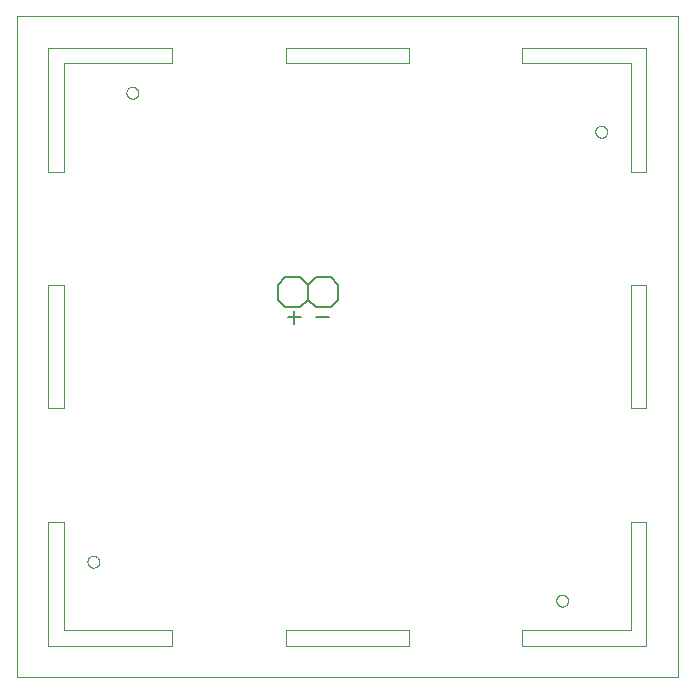
<source format=gto>
G75*
%MOIN*%
%OFA0B0*%
%FSLAX25Y25*%
%IPPOS*%
%LPD*%
%AMOC8*
5,1,8,0,0,1.08239X$1,22.5*
%
%ADD10C,0.00600*%
%ADD11C,0.00000*%
%ADD12C,0.00004*%
D10*
X0093595Y0118905D02*
X0093595Y0123175D01*
X0095628Y0124348D02*
X0090628Y0124348D01*
X0088128Y0126848D01*
X0088128Y0131848D01*
X0090628Y0134348D01*
X0095628Y0134348D01*
X0098128Y0131848D01*
X0098128Y0126848D01*
X0095628Y0124348D01*
X0095730Y0121040D02*
X0091459Y0121040D01*
X0098167Y0126848D02*
X0100667Y0124348D01*
X0105667Y0124348D01*
X0108167Y0126848D01*
X0108167Y0131848D01*
X0105667Y0134348D01*
X0100667Y0134348D01*
X0098167Y0131848D01*
X0098167Y0126848D01*
X0100908Y0121040D02*
X0105179Y0121040D01*
D11*
X0037616Y0195884D02*
X0037618Y0195972D01*
X0037624Y0196060D01*
X0037634Y0196148D01*
X0037648Y0196236D01*
X0037665Y0196322D01*
X0037687Y0196408D01*
X0037712Y0196492D01*
X0037742Y0196576D01*
X0037774Y0196658D01*
X0037811Y0196738D01*
X0037851Y0196817D01*
X0037895Y0196894D01*
X0037942Y0196969D01*
X0037992Y0197041D01*
X0038046Y0197112D01*
X0038102Y0197179D01*
X0038162Y0197245D01*
X0038224Y0197307D01*
X0038290Y0197367D01*
X0038357Y0197423D01*
X0038428Y0197477D01*
X0038500Y0197527D01*
X0038575Y0197574D01*
X0038652Y0197618D01*
X0038731Y0197658D01*
X0038811Y0197695D01*
X0038893Y0197727D01*
X0038977Y0197757D01*
X0039061Y0197782D01*
X0039147Y0197804D01*
X0039233Y0197821D01*
X0039321Y0197835D01*
X0039409Y0197845D01*
X0039497Y0197851D01*
X0039585Y0197853D01*
X0039673Y0197851D01*
X0039761Y0197845D01*
X0039849Y0197835D01*
X0039937Y0197821D01*
X0040023Y0197804D01*
X0040109Y0197782D01*
X0040193Y0197757D01*
X0040277Y0197727D01*
X0040359Y0197695D01*
X0040439Y0197658D01*
X0040518Y0197618D01*
X0040595Y0197574D01*
X0040670Y0197527D01*
X0040742Y0197477D01*
X0040813Y0197423D01*
X0040880Y0197367D01*
X0040946Y0197307D01*
X0041008Y0197245D01*
X0041068Y0197179D01*
X0041124Y0197112D01*
X0041178Y0197041D01*
X0041228Y0196969D01*
X0041275Y0196894D01*
X0041319Y0196817D01*
X0041359Y0196738D01*
X0041396Y0196658D01*
X0041428Y0196576D01*
X0041458Y0196492D01*
X0041483Y0196408D01*
X0041505Y0196322D01*
X0041522Y0196236D01*
X0041536Y0196148D01*
X0041546Y0196060D01*
X0041552Y0195972D01*
X0041554Y0195884D01*
X0041552Y0195796D01*
X0041546Y0195708D01*
X0041536Y0195620D01*
X0041522Y0195532D01*
X0041505Y0195446D01*
X0041483Y0195360D01*
X0041458Y0195276D01*
X0041428Y0195192D01*
X0041396Y0195110D01*
X0041359Y0195030D01*
X0041319Y0194951D01*
X0041275Y0194874D01*
X0041228Y0194799D01*
X0041178Y0194727D01*
X0041124Y0194656D01*
X0041068Y0194589D01*
X0041008Y0194523D01*
X0040946Y0194461D01*
X0040880Y0194401D01*
X0040813Y0194345D01*
X0040742Y0194291D01*
X0040670Y0194241D01*
X0040595Y0194194D01*
X0040518Y0194150D01*
X0040439Y0194110D01*
X0040359Y0194073D01*
X0040277Y0194041D01*
X0040193Y0194011D01*
X0040109Y0193986D01*
X0040023Y0193964D01*
X0039937Y0193947D01*
X0039849Y0193933D01*
X0039761Y0193923D01*
X0039673Y0193917D01*
X0039585Y0193915D01*
X0039497Y0193917D01*
X0039409Y0193923D01*
X0039321Y0193933D01*
X0039233Y0193947D01*
X0039147Y0193964D01*
X0039061Y0193986D01*
X0038977Y0194011D01*
X0038893Y0194041D01*
X0038811Y0194073D01*
X0038731Y0194110D01*
X0038652Y0194150D01*
X0038575Y0194194D01*
X0038500Y0194241D01*
X0038428Y0194291D01*
X0038357Y0194345D01*
X0038290Y0194401D01*
X0038224Y0194461D01*
X0038162Y0194523D01*
X0038102Y0194589D01*
X0038046Y0194656D01*
X0037992Y0194727D01*
X0037942Y0194799D01*
X0037895Y0194874D01*
X0037851Y0194951D01*
X0037811Y0195030D01*
X0037774Y0195110D01*
X0037742Y0195192D01*
X0037712Y0195276D01*
X0037687Y0195360D01*
X0037665Y0195446D01*
X0037648Y0195532D01*
X0037634Y0195620D01*
X0037624Y0195708D01*
X0037618Y0195796D01*
X0037616Y0195884D01*
X0024624Y0039585D02*
X0024626Y0039673D01*
X0024632Y0039761D01*
X0024642Y0039849D01*
X0024656Y0039937D01*
X0024673Y0040023D01*
X0024695Y0040109D01*
X0024720Y0040193D01*
X0024750Y0040277D01*
X0024782Y0040359D01*
X0024819Y0040439D01*
X0024859Y0040518D01*
X0024903Y0040595D01*
X0024950Y0040670D01*
X0025000Y0040742D01*
X0025054Y0040813D01*
X0025110Y0040880D01*
X0025170Y0040946D01*
X0025232Y0041008D01*
X0025298Y0041068D01*
X0025365Y0041124D01*
X0025436Y0041178D01*
X0025508Y0041228D01*
X0025583Y0041275D01*
X0025660Y0041319D01*
X0025739Y0041359D01*
X0025819Y0041396D01*
X0025901Y0041428D01*
X0025985Y0041458D01*
X0026069Y0041483D01*
X0026155Y0041505D01*
X0026241Y0041522D01*
X0026329Y0041536D01*
X0026417Y0041546D01*
X0026505Y0041552D01*
X0026593Y0041554D01*
X0026681Y0041552D01*
X0026769Y0041546D01*
X0026857Y0041536D01*
X0026945Y0041522D01*
X0027031Y0041505D01*
X0027117Y0041483D01*
X0027201Y0041458D01*
X0027285Y0041428D01*
X0027367Y0041396D01*
X0027447Y0041359D01*
X0027526Y0041319D01*
X0027603Y0041275D01*
X0027678Y0041228D01*
X0027750Y0041178D01*
X0027821Y0041124D01*
X0027888Y0041068D01*
X0027954Y0041008D01*
X0028016Y0040946D01*
X0028076Y0040880D01*
X0028132Y0040813D01*
X0028186Y0040742D01*
X0028236Y0040670D01*
X0028283Y0040595D01*
X0028327Y0040518D01*
X0028367Y0040439D01*
X0028404Y0040359D01*
X0028436Y0040277D01*
X0028466Y0040193D01*
X0028491Y0040109D01*
X0028513Y0040023D01*
X0028530Y0039937D01*
X0028544Y0039849D01*
X0028554Y0039761D01*
X0028560Y0039673D01*
X0028562Y0039585D01*
X0028560Y0039497D01*
X0028554Y0039409D01*
X0028544Y0039321D01*
X0028530Y0039233D01*
X0028513Y0039147D01*
X0028491Y0039061D01*
X0028466Y0038977D01*
X0028436Y0038893D01*
X0028404Y0038811D01*
X0028367Y0038731D01*
X0028327Y0038652D01*
X0028283Y0038575D01*
X0028236Y0038500D01*
X0028186Y0038428D01*
X0028132Y0038357D01*
X0028076Y0038290D01*
X0028016Y0038224D01*
X0027954Y0038162D01*
X0027888Y0038102D01*
X0027821Y0038046D01*
X0027750Y0037992D01*
X0027678Y0037942D01*
X0027603Y0037895D01*
X0027526Y0037851D01*
X0027447Y0037811D01*
X0027367Y0037774D01*
X0027285Y0037742D01*
X0027201Y0037712D01*
X0027117Y0037687D01*
X0027031Y0037665D01*
X0026945Y0037648D01*
X0026857Y0037634D01*
X0026769Y0037624D01*
X0026681Y0037618D01*
X0026593Y0037616D01*
X0026505Y0037618D01*
X0026417Y0037624D01*
X0026329Y0037634D01*
X0026241Y0037648D01*
X0026155Y0037665D01*
X0026069Y0037687D01*
X0025985Y0037712D01*
X0025901Y0037742D01*
X0025819Y0037774D01*
X0025739Y0037811D01*
X0025660Y0037851D01*
X0025583Y0037895D01*
X0025508Y0037942D01*
X0025436Y0037992D01*
X0025365Y0038046D01*
X0025298Y0038102D01*
X0025232Y0038162D01*
X0025170Y0038224D01*
X0025110Y0038290D01*
X0025054Y0038357D01*
X0025000Y0038428D01*
X0024950Y0038500D01*
X0024903Y0038575D01*
X0024859Y0038652D01*
X0024819Y0038731D01*
X0024782Y0038811D01*
X0024750Y0038893D01*
X0024720Y0038977D01*
X0024695Y0039061D01*
X0024673Y0039147D01*
X0024656Y0039233D01*
X0024642Y0039321D01*
X0024632Y0039409D01*
X0024626Y0039497D01*
X0024624Y0039585D01*
X0180923Y0026593D02*
X0180925Y0026681D01*
X0180931Y0026769D01*
X0180941Y0026857D01*
X0180955Y0026945D01*
X0180972Y0027031D01*
X0180994Y0027117D01*
X0181019Y0027201D01*
X0181049Y0027285D01*
X0181081Y0027367D01*
X0181118Y0027447D01*
X0181158Y0027526D01*
X0181202Y0027603D01*
X0181249Y0027678D01*
X0181299Y0027750D01*
X0181353Y0027821D01*
X0181409Y0027888D01*
X0181469Y0027954D01*
X0181531Y0028016D01*
X0181597Y0028076D01*
X0181664Y0028132D01*
X0181735Y0028186D01*
X0181807Y0028236D01*
X0181882Y0028283D01*
X0181959Y0028327D01*
X0182038Y0028367D01*
X0182118Y0028404D01*
X0182200Y0028436D01*
X0182284Y0028466D01*
X0182368Y0028491D01*
X0182454Y0028513D01*
X0182540Y0028530D01*
X0182628Y0028544D01*
X0182716Y0028554D01*
X0182804Y0028560D01*
X0182892Y0028562D01*
X0182980Y0028560D01*
X0183068Y0028554D01*
X0183156Y0028544D01*
X0183244Y0028530D01*
X0183330Y0028513D01*
X0183416Y0028491D01*
X0183500Y0028466D01*
X0183584Y0028436D01*
X0183666Y0028404D01*
X0183746Y0028367D01*
X0183825Y0028327D01*
X0183902Y0028283D01*
X0183977Y0028236D01*
X0184049Y0028186D01*
X0184120Y0028132D01*
X0184187Y0028076D01*
X0184253Y0028016D01*
X0184315Y0027954D01*
X0184375Y0027888D01*
X0184431Y0027821D01*
X0184485Y0027750D01*
X0184535Y0027678D01*
X0184582Y0027603D01*
X0184626Y0027526D01*
X0184666Y0027447D01*
X0184703Y0027367D01*
X0184735Y0027285D01*
X0184765Y0027201D01*
X0184790Y0027117D01*
X0184812Y0027031D01*
X0184829Y0026945D01*
X0184843Y0026857D01*
X0184853Y0026769D01*
X0184859Y0026681D01*
X0184861Y0026593D01*
X0184859Y0026505D01*
X0184853Y0026417D01*
X0184843Y0026329D01*
X0184829Y0026241D01*
X0184812Y0026155D01*
X0184790Y0026069D01*
X0184765Y0025985D01*
X0184735Y0025901D01*
X0184703Y0025819D01*
X0184666Y0025739D01*
X0184626Y0025660D01*
X0184582Y0025583D01*
X0184535Y0025508D01*
X0184485Y0025436D01*
X0184431Y0025365D01*
X0184375Y0025298D01*
X0184315Y0025232D01*
X0184253Y0025170D01*
X0184187Y0025110D01*
X0184120Y0025054D01*
X0184049Y0025000D01*
X0183977Y0024950D01*
X0183902Y0024903D01*
X0183825Y0024859D01*
X0183746Y0024819D01*
X0183666Y0024782D01*
X0183584Y0024750D01*
X0183500Y0024720D01*
X0183416Y0024695D01*
X0183330Y0024673D01*
X0183244Y0024656D01*
X0183156Y0024642D01*
X0183068Y0024632D01*
X0182980Y0024626D01*
X0182892Y0024624D01*
X0182804Y0024626D01*
X0182716Y0024632D01*
X0182628Y0024642D01*
X0182540Y0024656D01*
X0182454Y0024673D01*
X0182368Y0024695D01*
X0182284Y0024720D01*
X0182200Y0024750D01*
X0182118Y0024782D01*
X0182038Y0024819D01*
X0181959Y0024859D01*
X0181882Y0024903D01*
X0181807Y0024950D01*
X0181735Y0025000D01*
X0181664Y0025054D01*
X0181597Y0025110D01*
X0181531Y0025170D01*
X0181469Y0025232D01*
X0181409Y0025298D01*
X0181353Y0025365D01*
X0181299Y0025436D01*
X0181249Y0025508D01*
X0181202Y0025583D01*
X0181158Y0025660D01*
X0181118Y0025739D01*
X0181081Y0025819D01*
X0181049Y0025901D01*
X0181019Y0025985D01*
X0180994Y0026069D01*
X0180972Y0026155D01*
X0180955Y0026241D01*
X0180941Y0026329D01*
X0180931Y0026417D01*
X0180925Y0026505D01*
X0180923Y0026593D01*
X0193915Y0182892D02*
X0193917Y0182980D01*
X0193923Y0183068D01*
X0193933Y0183156D01*
X0193947Y0183244D01*
X0193964Y0183330D01*
X0193986Y0183416D01*
X0194011Y0183500D01*
X0194041Y0183584D01*
X0194073Y0183666D01*
X0194110Y0183746D01*
X0194150Y0183825D01*
X0194194Y0183902D01*
X0194241Y0183977D01*
X0194291Y0184049D01*
X0194345Y0184120D01*
X0194401Y0184187D01*
X0194461Y0184253D01*
X0194523Y0184315D01*
X0194589Y0184375D01*
X0194656Y0184431D01*
X0194727Y0184485D01*
X0194799Y0184535D01*
X0194874Y0184582D01*
X0194951Y0184626D01*
X0195030Y0184666D01*
X0195110Y0184703D01*
X0195192Y0184735D01*
X0195276Y0184765D01*
X0195360Y0184790D01*
X0195446Y0184812D01*
X0195532Y0184829D01*
X0195620Y0184843D01*
X0195708Y0184853D01*
X0195796Y0184859D01*
X0195884Y0184861D01*
X0195972Y0184859D01*
X0196060Y0184853D01*
X0196148Y0184843D01*
X0196236Y0184829D01*
X0196322Y0184812D01*
X0196408Y0184790D01*
X0196492Y0184765D01*
X0196576Y0184735D01*
X0196658Y0184703D01*
X0196738Y0184666D01*
X0196817Y0184626D01*
X0196894Y0184582D01*
X0196969Y0184535D01*
X0197041Y0184485D01*
X0197112Y0184431D01*
X0197179Y0184375D01*
X0197245Y0184315D01*
X0197307Y0184253D01*
X0197367Y0184187D01*
X0197423Y0184120D01*
X0197477Y0184049D01*
X0197527Y0183977D01*
X0197574Y0183902D01*
X0197618Y0183825D01*
X0197658Y0183746D01*
X0197695Y0183666D01*
X0197727Y0183584D01*
X0197757Y0183500D01*
X0197782Y0183416D01*
X0197804Y0183330D01*
X0197821Y0183244D01*
X0197835Y0183156D01*
X0197845Y0183068D01*
X0197851Y0182980D01*
X0197853Y0182892D01*
X0197851Y0182804D01*
X0197845Y0182716D01*
X0197835Y0182628D01*
X0197821Y0182540D01*
X0197804Y0182454D01*
X0197782Y0182368D01*
X0197757Y0182284D01*
X0197727Y0182200D01*
X0197695Y0182118D01*
X0197658Y0182038D01*
X0197618Y0181959D01*
X0197574Y0181882D01*
X0197527Y0181807D01*
X0197477Y0181735D01*
X0197423Y0181664D01*
X0197367Y0181597D01*
X0197307Y0181531D01*
X0197245Y0181469D01*
X0197179Y0181409D01*
X0197112Y0181353D01*
X0197041Y0181299D01*
X0196969Y0181249D01*
X0196894Y0181202D01*
X0196817Y0181158D01*
X0196738Y0181118D01*
X0196658Y0181081D01*
X0196576Y0181049D01*
X0196492Y0181019D01*
X0196408Y0180994D01*
X0196322Y0180972D01*
X0196236Y0180955D01*
X0196148Y0180941D01*
X0196060Y0180931D01*
X0195972Y0180925D01*
X0195884Y0180923D01*
X0195796Y0180925D01*
X0195708Y0180931D01*
X0195620Y0180941D01*
X0195532Y0180955D01*
X0195446Y0180972D01*
X0195360Y0180994D01*
X0195276Y0181019D01*
X0195192Y0181049D01*
X0195110Y0181081D01*
X0195030Y0181118D01*
X0194951Y0181158D01*
X0194874Y0181202D01*
X0194799Y0181249D01*
X0194727Y0181299D01*
X0194656Y0181353D01*
X0194589Y0181409D01*
X0194523Y0181469D01*
X0194461Y0181531D01*
X0194401Y0181597D01*
X0194345Y0181664D01*
X0194291Y0181735D01*
X0194241Y0181807D01*
X0194194Y0181882D01*
X0194150Y0181959D01*
X0194110Y0182038D01*
X0194073Y0182118D01*
X0194041Y0182200D01*
X0194011Y0182284D01*
X0193986Y0182368D01*
X0193964Y0182454D01*
X0193947Y0182540D01*
X0193933Y0182628D01*
X0193923Y0182716D01*
X0193917Y0182804D01*
X0193915Y0182892D01*
D12*
X0001002Y0221474D02*
X0001002Y0001002D01*
X0221474Y0001002D01*
X0221474Y0221474D01*
X0001002Y0221474D01*
X0011632Y0210844D02*
X0052183Y0210844D01*
X0052970Y0210844D01*
X0052970Y0205726D01*
X0052183Y0205726D01*
X0016750Y0205726D01*
X0016750Y0170293D01*
X0016750Y0169506D01*
X0011632Y0169506D01*
X0011632Y0170293D01*
X0011632Y0210844D01*
X0011632Y0131711D02*
X0016750Y0131711D01*
X0016750Y0130923D01*
X0016750Y0091553D01*
X0016750Y0090766D01*
X0011632Y0090766D01*
X0011632Y0091553D01*
X0011632Y0130923D01*
X0011632Y0131711D01*
X0090766Y0205726D02*
X0090766Y0210844D01*
X0091553Y0210844D01*
X0091159Y0210844D02*
X0130923Y0210844D01*
X0131711Y0210844D01*
X0131711Y0205726D01*
X0130923Y0205726D01*
X0091553Y0205726D01*
X0090766Y0205726D01*
X0169506Y0205726D02*
X0170293Y0205726D01*
X0205726Y0205726D01*
X0205726Y0170293D01*
X0205726Y0169506D01*
X0210844Y0169506D01*
X0210844Y0170293D01*
X0210844Y0210844D01*
X0170293Y0210844D01*
X0169506Y0210844D01*
X0169506Y0205726D01*
X0205726Y0131711D02*
X0210844Y0131711D01*
X0210844Y0130923D01*
X0210844Y0091553D01*
X0210844Y0090766D01*
X0205726Y0090766D01*
X0205726Y0091553D01*
X0205726Y0130923D01*
X0205726Y0131711D01*
X0205726Y0052970D02*
X0205726Y0052183D01*
X0205726Y0016750D01*
X0170293Y0016750D01*
X0169506Y0016750D01*
X0169506Y0011632D01*
X0170293Y0011632D01*
X0210844Y0011632D01*
X0210844Y0052183D01*
X0210844Y0052970D01*
X0205726Y0052970D01*
X0131711Y0016750D02*
X0131711Y0011632D01*
X0130923Y0011632D01*
X0091553Y0011632D01*
X0090766Y0011632D01*
X0090766Y0016750D01*
X0091553Y0016750D01*
X0130923Y0016750D01*
X0131711Y0016750D01*
X0052970Y0016750D02*
X0052970Y0011632D01*
X0052183Y0011632D01*
X0011632Y0011632D01*
X0011632Y0052183D01*
X0011632Y0052970D01*
X0016750Y0052970D01*
X0016750Y0052183D01*
X0016750Y0016750D01*
X0052183Y0016750D01*
X0052970Y0016750D01*
M02*

</source>
